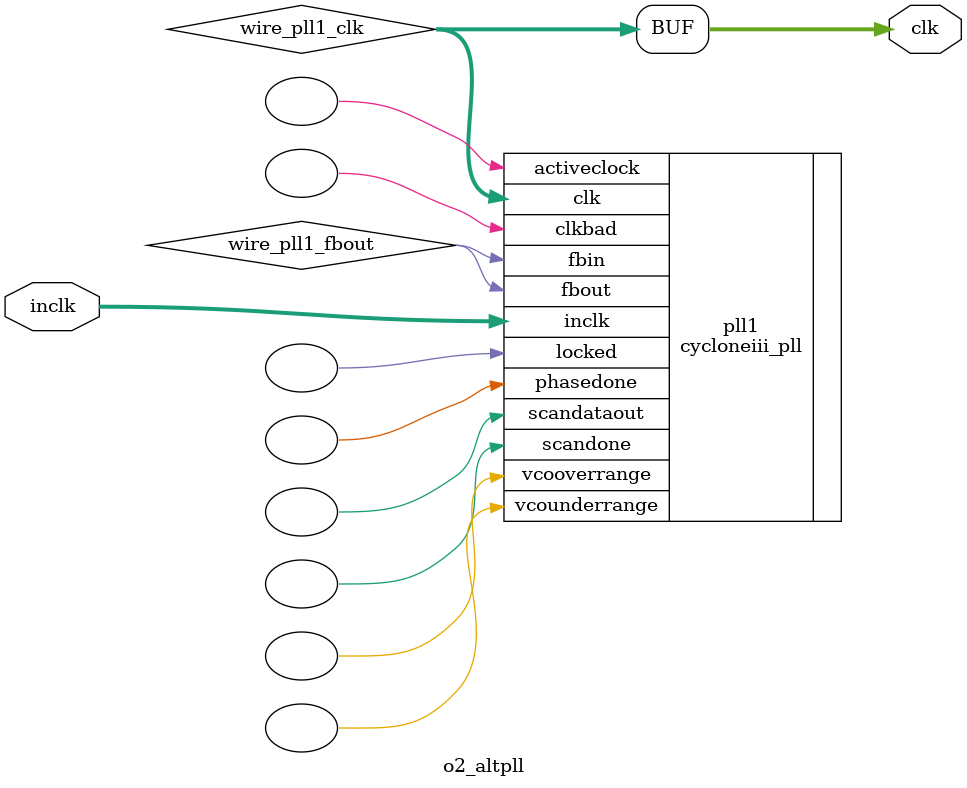
<source format=v>






//synthesis_resources = cycloneiii_pll 1 
//synopsys translate_off
`timescale 1 ps / 1 ps
//synopsys translate_on
module  o2_altpll
	( 
	clk,
	inclk) /* synthesis synthesis_clearbox=1 */;
	output   [4:0]  clk;
	input   [1:0]  inclk;
`ifndef ALTERA_RESERVED_QIS
// synopsys translate_off
`endif
	tri0   [1:0]  inclk;
`ifndef ALTERA_RESERVED_QIS
// synopsys translate_on
`endif

	wire  [4:0]   wire_pll1_clk;
	wire  wire_pll1_fbout;

	cycloneiii_pll   pll1
	( 
	.activeclock(),
	.clk(wire_pll1_clk),
	.clkbad(),
	.fbin(wire_pll1_fbout),
	.fbout(wire_pll1_fbout),
	.inclk(inclk),
	.locked(),
	.phasedone(),
	.scandataout(),
	.scandone(),
	.vcooverrange(),
	.vcounderrange()
	`ifndef FORMAL_VERIFICATION
	// synopsys translate_off
	`endif
	,
	.areset(1'b0),
	.clkswitch(1'b0),
	.configupdate(1'b0),
	.pfdena(1'b1),
	.phasecounterselect({3{1'b0}}),
	.phasestep(1'b0),
	.phaseupdown(1'b0),
	.scanclk(1'b0),
	.scanclkena(1'b1),
	.scandata(1'b0)
	`ifndef FORMAL_VERIFICATION
	// synopsys translate_on
	`endif
	);
	defparam
		pll1.bandwidth_type = "auto",
		pll1.clk0_divide_by = 10,
		pll1.clk0_duty_cycle = 50,
		pll1.clk0_multiply_by = 1,
		pll1.clk0_phase_shift = "0",
		pll1.compensate_clock = "clk0",
		pll1.inclk0_input_frequency = 20000,
		pll1.operation_mode = "normal",
		pll1.pll_type = "auto",
		pll1.lpm_type = "cycloneiii_pll";
	assign
		clk = {wire_pll1_clk[4:0]};
endmodule //o2_altpll
//VALID FILE

</source>
